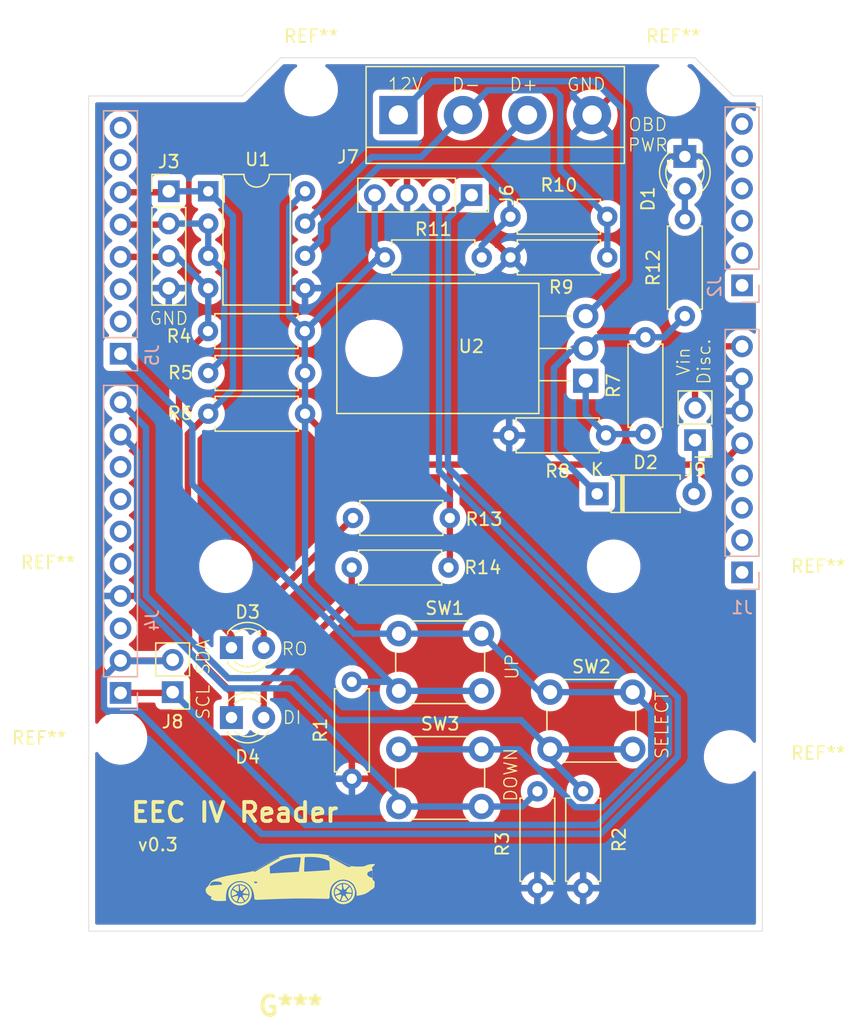
<source format=kicad_pcb>
(kicad_pcb (version 20211014) (generator pcbnew)
  (title_block (comment 4 "AISLER Project ID: LQHBGFSH"))
  (layers (0 "F.Cu" signal) (31 "B.Cu" signal) (34 "B.Paste" user) (35 "F.Paste" user) (36 "B.SilkS" user "B.Silkscreen") (37 "F.SilkS" user "F.Silkscreen") (38 "B.Mask" user) (39 "F.Mask" user) (44 "Edge.Cuts" user))
  (net 0 "")
  (net 1 "Net-(D1-Pad2)")
  (net 2 "GND")
  (net 3 "VIN")
  (net 4 "+5V")
  (net 5 "Net-(D2-Pad2)")
  (net 6 "Net-(D3-Pad2)")
  (net 7 "Net-(D4-Pad2)")
  (net 15 "3")
  (net 16 "2")
  (net 17 "8")
  (net 18 "9")
  (net 24 "SDA")
  (net 25 "SCL")
  (net 29 "7")
  (net 30 "D+")
  (net 31 "D-")
  (net 32 "+12V")
  (net 33 "Net-(R7-Pad2)")
  (net 34 "4")
  (net 36 "/8V")
  (footprint "LED_THT:LED_D3.0mm" (layer "F.Cu") (at 86.9 34.76 -90)
    (fp_text reference "D1" (at 3.34 2.9 90) (layer "F.SilkS"))
    (fp_text value "LED")
    (pad "1" thru_hole rect locked (at 0 0 270) (size 1.8 1.8) (drill 0.9) (layers *.Cu *.Mask) (net 2 "GND"))
    (pad "2" thru_hole circle locked (at 2.54 0 270) (size 1.8 1.8) (drill 0.9) (layers *.Cu *.Mask) (net 1 "Net-(D1-Pad2)"))
  )
  (footprint "Connector_PinSocket_2.54mm:PinSocket_1x04_P2.54mm_Vertical" (layer "F.Cu") (at 70.12 37.8 -90)
    (fp_text reference "J6" (at 0 -2.77 -90) (layer "F.SilkS"))
    (fp_text value "DISPLAY")
    (pad "1" thru_hole rect (at 0 0 270) (size 1.7 1.7) (drill 1) (layers *.Cu *.Mask) (net 24 "SDA"))
    (pad "2" thru_hole oval (at 0 2.54 270) (size 1.7 1.7) (drill 1) (layers *.Cu *.Mask) (net 25 "SCL"))
    (pad "3" thru_hole oval (at 0 5.08 270) (size 1.7 1.7) (drill 1) (layers *.Cu *.Mask) (net 2 "GND"))
    (pad "4" thru_hole oval (at 0 7.62 270) (size 1.7 1.7) (drill 1) (layers *.Cu *.Mask) (net 4 "+5V"))
  )
  (footprint "Resistor_THT:R_Axial_DIN0207_L6.3mm_D2.5mm_P7.62mm_Horizontal" (layer "F.Cu") (at 60.7 76.09 -90)
    (fp_text reference "R1" (at 3.81 2.473239 90) (layer "F.SilkS"))
    (fp_text value "10k")
    (pad "1" thru_hole circle locked (at 0 0 270) (size 1.6 1.6) (drill 0.8) (layers *.Cu *.Mask) (net 29 "7"))
    (pad "2" thru_hole oval locked (at 7.62 0 270) (size 1.6 1.6) (drill 0.8) (layers *.Cu *.Mask) (net 2 "GND"))
  )
  (footprint "Resistor_THT:R_Axial_DIN0207_L6.3mm_D2.5mm_P7.62mm_Horizontal" (layer "F.Cu") (at 78.9 84.7 -90)
    (fp_text reference "R2" (at 3.81 -2.82959 90) (layer "F.SilkS"))
    (fp_text value "10k")
    (pad "1" thru_hole circle locked (at 0 0 270) (size 1.6 1.6) (drill 0.8) (layers *.Cu *.Mask) (net 17 "8"))
    (pad "2" thru_hole oval locked (at 7.62 0 270) (size 1.6 1.6) (drill 0.8) (layers *.Cu *.Mask) (net 2 "GND"))
  )
  (footprint "Resistor_THT:R_Axial_DIN0207_L6.3mm_D2.5mm_P7.62mm_Horizontal" (layer "F.Cu") (at 75.3 84.7 -90)
    (fp_text reference "R3" (at 4.158512 2.756966 90) (layer "F.SilkS"))
    (fp_text value "10k")
    (pad "1" thru_hole circle locked (at 0 0 270) (size 1.6 1.6) (drill 0.8) (layers *.Cu *.Mask) (net 18 "9"))
    (pad "2" thru_hole oval locked (at 7.62 0 270) (size 1.6 1.6) (drill 0.8) (layers *.Cu *.Mask) (net 2 "GND"))
  )
  (footprint "Resistor_THT:R_Axial_DIN0207_L6.3mm_D2.5mm_P7.62mm_Horizontal" (layer "F.Cu") (at 57 48.5 180)
    (fp_text reference "R4" (at 9.9 -0.4) (layer "F.SilkS"))
    (fp_text value "10k")
    (pad "1" thru_hole circle locked (at 0 0 180) (size 1.6 1.6) (drill 0.8) (layers *.Cu *.Mask) (net 4 "+5V"))
    (pad "2" thru_hole oval locked (at 7.62 0 180) (size 1.6 1.6) (drill 0.8) (layers *.Cu *.Mask) (net 34 "4"))
  )
  (footprint "Resistor_THT:R_Axial_DIN0207_L6.3mm_D2.5mm_P7.62mm_Horizontal" (layer "F.Cu") (at 57.02 51.8 180)
    (fp_text reference "R5" (at 9.804363 0.023653) (layer "F.SilkS"))
    (fp_text value "10k")
    (pad "1" thru_hole circle locked (at 0 0 180) (size 1.6 1.6) (drill 0.8) (layers *.Cu *.Mask) (net 4 "+5V"))
    (pad "2" thru_hole oval locked (at 7.62 0 180) (size 1.6 1.6) (drill 0.8) (layers *.Cu *.Mask) (net 15 "3"))
  )
  (footprint "Resistor_THT:R_Axial_DIN0207_L6.3mm_D2.5mm_P7.62mm_Horizontal" (layer "F.Cu") (at 57.02 55 180)
    (fp_text reference "R6" (at 9.804363 0.028333) (layer "F.SilkS"))
    (fp_text value "10k")
    (pad "1" thru_hole circle locked (at 0 0 180) (size 1.6 1.6) (drill 0.8) (layers *.Cu *.Mask) (net 4 "+5V"))
    (pad "2" thru_hole oval locked (at 7.62 0 180) (size 1.6 1.6) (drill 0.8) (layers *.Cu *.Mask) (net 16 "2"))
  )
  (footprint "Resistor_THT:R_Axial_DIN0207_L6.3mm_D2.5mm_P7.62mm_Horizontal" (layer "F.Cu") (at 80.7 56.7 180)
    (fp_text reference "R8" (at 3.81 -2.819114) (layer "F.SilkS"))
    (fp_text value "1k3")
    (pad "1" thru_hole circle locked (at 0 0 180) (size 1.6 1.6) (drill 0.8) (layers *.Cu *.Mask) (net 33 "Net-(R7-Pad2)"))
    (pad "2" thru_hole oval locked (at 7.62 0 180) (size 1.6 1.6) (drill 0.8) (layers *.Cu *.Mask) (net 2 "GND"))
  )
  (footprint "Resistor_THT:R_Axial_DIN0207_L6.3mm_D2.5mm_P7.62mm_Horizontal" (layer "F.Cu") (at 73.18 42.7)
    (fp_text reference "R9" (at 3.996347 2.343936 180) (layer "F.SilkS"))
    (fp_text value "20k")
    (pad "1" thru_hole circle locked (at 0 0) (size 1.6 1.6) (drill 0.8) (layers *.Cu *.Mask) (net 2 "GND"))
    (pad "2" thru_hole oval locked (at 7.62 0) (size 1.6 1.6) (drill 0.8) (layers *.Cu *.Mask) (net 31 "D-"))
  )
  (footprint "Resistor_THT:R_Axial_DIN0207_L6.3mm_D2.5mm_P7.62mm_Horizontal" (layer "F.Cu") (at 80.8 39.5 180)
    (fp_text reference "R10" (at 3.81 2.488743 180) (layer "F.SilkS"))
    (fp_text value "120")
    (pad "1" thru_hole circle locked (at 0 0 180) (size 1.6 1.6) (drill 0.8) (layers *.Cu *.Mask) (net 31 "D-"))
    (pad "2" thru_hole oval locked (at 7.62 0 180) (size 1.6 1.6) (drill 0.8) (layers *.Cu *.Mask) (net 30 "D+"))
  )
  (footprint "Resistor_THT:R_Axial_DIN0207_L6.3mm_D2.5mm_P7.62mm_Horizontal" (layer "F.Cu") (at 70.92 42.7 180)
    (fp_text reference "R11" (at 3.81 2.212353 180) (layer "F.SilkS"))
    (fp_text value "20k")
    (pad "1" thru_hole circle locked (at 0 0 180) (size 1.6 1.6) (drill 0.8) (layers *.Cu *.Mask) (net 30 "D+"))
    (pad "2" thru_hole oval locked (at 7.62 0 180) (size 1.6 1.6) (drill 0.8) (layers *.Cu *.Mask) (net 4 "+5V"))
  )
  (footprint "Resistor_THT:R_Axial_DIN0207_L6.3mm_D2.5mm_P7.62mm_Horizontal" (layer "F.Cu") (at 86.9 47.32 90)
    (fp_text reference "R12" (at 3.81 -2.492696 90) (layer "F.SilkS"))
    (fp_text value "300")
    (pad "1" thru_hole circle locked (at 0 0 90) (size 1.6 1.6) (drill 0.8) (layers *.Cu *.Mask) (net 36 "/8V"))
    (pad "2" thru_hole oval locked (at 7.62 0 90) (size 1.6 1.6) (drill 0.8) (layers *.Cu *.Mask) (net 1 "Net-(D1-Pad2)"))
  )
  (footprint "Button_Switch_THT:SW_PUSH_6mm_H4.3mm" (layer "F.Cu") (at 64.4 72.3)
    (fp_text reference "SW1" (at 3.6 -2) (layer "F.SilkS"))
    (fp_text value "BTN_UP")
    (pad "1" thru_hole circle locked (at 6.5 0 90) (size 2 2) (drill 1.1) (layers *.Cu *.Mask) (net 4 "+5V"))
    (pad "1" thru_hole circle locked (at 0 0 90) (size 2 2) (drill 1.1) (layers *.Cu *.Mask) (net 4 "+5V"))
    (pad "2" thru_hole circle locked (at 6.5 4.5 90) (size 2 2) (drill 1.1) (layers *.Cu *.Mask) (net 29 "7"))
    (pad "2" thru_hole circle locked (at 0 4.5 90) (size 2 2) (drill 1.1) (layers *.Cu *.Mask) (net 29 "7"))
  )
  (footprint "Button_Switch_THT:SW_PUSH_6mm_H4.3mm" (layer "F.Cu") (at 76.3 76.9)
    (fp_text reference "SW2" (at 3.25 -2) (layer "F.SilkS"))
    (fp_text value "BTN_SEL")
    (pad "1" thru_hole circle locked (at 0 0 90) (size 2 2) (drill 1.1) (layers *.Cu *.Mask) (net 4 "+5V"))
    (pad "1" thru_hole circle locked (at 6.5 0 90) (size 2 2) (drill 1.1) (layers *.Cu *.Mask) (net 4 "+5V"))
    (pad "2" thru_hole circle locked (at 0 4.5 90) (size 2 2) (drill 1.1) (layers *.Cu *.Mask) (net 17 "8"))
    (pad "2" thru_hole circle locked (at 6.5 4.5 90) (size 2 2) (drill 1.1) (layers *.Cu *.Mask) (net 17 "8"))
  )
  (footprint "Button_Switch_THT:SW_PUSH_6mm_H4.3mm" (layer "F.Cu") (at 64.4 81.4)
    (fp_text reference "SW3" (at 3.25 -2) (layer "F.SilkS"))
    (fp_text value "BTN_DOWN")
    (pad "1" thru_hole circle locked (at 6.5 0 90) (size 2 2) (drill 1.1) (layers *.Cu *.Mask) (net 4 "+5V"))
    (pad "1" thru_hole circle locked (at 0 0 90) (size 2 2) (drill 1.1) (layers *.Cu *.Mask) (net 4 "+5V"))
    (pad "2" thru_hole circle locked (at 6.5 4.5 90) (size 2 2) (drill 1.1) (layers *.Cu *.Mask) (net 18 "9"))
    (pad "2" thru_hole circle locked (at 0 4.5 90) (size 2 2) (drill 1.1) (layers *.Cu *.Mask) (net 18 "9"))
  )
  (footprint "Package_DIP:DIP-8_W7.62mm" (layer "F.Cu") (at 49.4 37.5)
    (fp_text reference "U1" (at 3.9 -2.5) (layer "F.SilkS"))
    (fp_text value "MAX485E")
    (pad "1" thru_hole rect locked (at 0 0) (size 1.6 1.6) (drill 0.8) (layers *.Cu *.Mask) (net 16 "2"))
    (pad "2" thru_hole oval locked (at 0 2.54) (size 1.6 1.6) (drill 0.8) (layers *.Cu *.Mask) (net 15 "3"))
    (pad "3" thru_hole oval locked (at 0 5.08) (size 1.6 1.6) (drill 0.8) (layers *.Cu *.Mask) (net 15 "3"))
    (pad "4" thru_hole oval locked (at 0 7.62) (size 1.6 1.6) (drill 0.8) (layers *.Cu *.Mask) (net 34 "4"))
    (pad "5" thru_hole oval locked (at 7.62 7.62) (size 1.6 1.6) (drill 0.8) (layers *.Cu *.Mask) (net 2 "GND"))
    (pad "6" thru_hole oval locked (at 7.62 5.08) (size 1.6 1.6) (drill 0.8) (layers *.Cu *.Mask) (net 30 "D+"))
    (pad "7" thru_hole oval locked (at 7.62 2.54) (size 1.6 1.6) (drill 0.8) (layers *.Cu *.Mask) (net 31 "D-"))
    (pad "8" thru_hole oval locked (at 7.62 0) (size 1.6 1.6) (drill 0.8) (layers *.Cu *.Mask) (net 4 "+5V"))
  )
  (footprint "Package_TO_SOT_THT:TO-220-3_Horizontal_TabDown" (layer "F.Cu") (at 79.1 52.4 90)
    (fp_text reference "U2" (at 2.7 -9 180) (layer "F.SilkS"))
    (fp_text value "LM317_TO-220")
    (pad "" np_thru_hole oval locked (at 2.54 -16.66 90) (size 3.5 3.5) (drill 3.5) (layers *.Cu *.Mask))
    (pad "1" thru_hole rect locked (at 0 0 90) (size 1.905 2) (drill 1.1) (layers *.Cu *.Mask) (net 33 "Net-(R7-Pad2)"))
    (pad "2" thru_hole oval locked (at 2.54 0 90) (size 1.905 2) (drill 1.1) (layers *.Cu *.Mask) (net 36 "/8V"))
    (pad "3" thru_hole oval locked (at 5.08 0 90) (size 1.905 2) (drill 1.1) (layers *.Cu *.Mask) (net 32 "+12V"))
  )
  (footprint "MountingHole:MountingHole_3.2mm_M3" (layer "F.Cu") (at 57.5 29.5)
    (fp_text reference "REF**" (at 0 -4.2) (layer "F.SilkS"))
    (fp_text value "MountingHole_3.2mm_M3")
    (pad "" np_thru_hole circle locked (at 0 0) (size 3.2 3.2) (drill 3.2) (layers *.Cu *.Mask))
  )
  (footprint "MountingHole:MountingHole_3.2mm_M3" (layer "F.Cu") (at 86 29.5)
    (fp_text reference "REF**" (at 0 -4.2) (layer "F.SilkS"))
    (fp_text value "MountingHole_3.2mm_M3")
    (pad "" np_thru_hole circle locked (at 0 0) (size 3.2 3.2) (drill 3.2) (layers *.Cu *.Mask))
  )
  (footprint "MountingHole:MountingHole_3.2mm_M3" (layer "F.Cu") (at 90.5 82)
    (fp_text reference "REF**" (at 6.9 -0.3) (layer "F.SilkS"))
    (fp_text value "MountingHole_3.2mm_M3")
    (pad "" np_thru_hole circle locked (at 0 0) (size 3.2 3.2) (drill 3.2) (layers *.Cu *.Mask))
  )
  (footprint "MountingHole:MountingHole_3.2mm_M3" (layer "F.Cu") (at 50.8 67)
    (fp_text reference "REF**" (at -14 -0.3) (layer "F.SilkS"))
    (fp_text value "MountingHole_3.2mm_M3")
    (pad "" np_thru_hole circle locked (at 0 0) (size 3.2 3.2) (drill 3.2) (layers *.Cu *.Mask))
  )
  (footprint "MountingHole:MountingHole_3.2mm_M3" (layer "F.Cu") (at 81.3 67)
    (fp_text reference "REF**" (at 16.1 0) (layer "F.SilkS"))
    (fp_text value "MountingHole_3.2mm_M3")
    (pad "" np_thru_hole circle locked (at 0 0) (size 3.2 3.2) (drill 3.2) (layers *.Cu *.Mask))
  )
  (footprint "MountingHole:MountingHole_3.2mm_M3" (layer "F.Cu") (at 42.5 80.5)
    (fp_text reference "REF**" (at -6.4 0) (layer "F.SilkS"))
    (fp_text value "MountingHole_3.2mm_M3")
    (pad "" np_thru_hole circle locked (at 0 0) (size 3.2 3.2) (drill 3.2) (layers *.Cu *.Mask))
  )
  (footprint "TerminalBlock:TerminalBlock_bornier-4_P5.08mm" (layer "F.Cu") (at 64.36 31.5)
    (fp_text reference "J7" (at -3.96 3.3) (layer "F.SilkS"))
    (fp_text value "OBD")
    (pad "1" thru_hole rect locked (at 0 0) (size 3 3) (drill 1.52) (layers *.Cu *.Mask) (net 32 "+12V"))
    (pad "2" thru_hole circle locked (at 5.08 0) (size 3 3) (drill 1.52) (layers *.Cu *.Mask) (net 31 "D-"))
    (pad "3" thru_hole circle locked (at 10.16 0) (size 3 3) (drill 1.52) (layers *.Cu *.Mask) (net 30 "D+"))
    (pad "4" thru_hole circle locked (at 15.24 0) (size 3 3) (drill 1.52) (layers *.Cu *.Mask) (net 2 "GND"))
  )
  (footprint "Resistor_THT:R_Axial_DIN0207_L6.3mm_D2.5mm_P7.62mm_Horizontal" (layer "F.Cu") (at 83.8 48.98 -90)
    (fp_text reference "R7" (at 3.81 2.52 90) (layer "F.SilkS"))
    (fp_text value "240")
    (pad "1" thru_hole circle locked (at 0 0 270) (size 1.6 1.6) (drill 0.8) (layers *.Cu *.Mask) (net 36 "/8V"))
    (pad "2" thru_hole oval locked (at 7.62 0 270) (size 1.6 1.6) (drill 0.8) (layers *.Cu *.Mask) (net 33 "Net-(R7-Pad2)"))
  )
  (footprint "Connector_PinHeader_2.54mm:PinHeader_1x04_P2.54mm_Vertical" (layer "F.Cu") (at 46.3 37.5)
    (fp_text reference "J3" (at 0 -2.33) (layer "F.SilkS"))
    (fp_text value "RS_485_DEBUG")
    (pad "1" thru_hole rect (at 0 0) (size 1.7 1.7) (drill 1) (layers *.Cu *.Mask) (net 16 "2"))
    (pad "2" thru_hole oval (at 0 2.54) (size 1.7 1.7) (drill 1) (layers *.Cu *.Mask) (net 15 "3"))
    (pad "3" thru_hole oval (at 0 5.08) (size 1.7 1.7) (drill 1) (layers *.Cu *.Mask) (net 34 "4"))
    (pad "4" thru_hole oval (at 0 7.62) (size 1.7 1.7) (drill 1) (layers *.Cu *.Mask) (net 2 "GND"))
  )
  (footprint "Library:mondeo" (layer "F.Cu") (at 55.88 91.44)
    (fp_text reference "G***" (at 0 10.16) (layer "F.SilkS") (effects (font (size 1.524 1.524) (thickness 0.3))))
    (fp_text value "LOGO" hide)
  )
  (footprint "Diode_THT:D_A-405_P7.62mm_Horizontal" (layer "F.Cu") (at 80 61.3)
    (fp_text reference "D2" (at 3.81 -2.47) (layer "F.SilkS"))
    (fp_text value "D_Schottky")
    (fp_text user "K" (at 0 -1.9) (layer "F.SilkS"))
    (pad "1" thru_hole rect (at 0 0) (size 1.8 1.8) (drill 0.9) (layers *.Cu *.Mask) (net 36 "/8V"))
    (pad "2" thru_hole oval (at 7.62 0) (size 1.8 1.8) (drill 0.9) (layers *.Cu *.Mask) (net 5 "Net-(D2-Pad2)"))
  )
  (footprint "Connector_PinHeader_2.54mm:PinHeader_1x02_P2.54mm_Vertical" (layer "F.Cu") (at 46.6 76.9 180)
    (fp_text reference "J8" (at 0 -2.33) (layer "F.SilkS"))
    (fp_text value "I2C_DEBUG")
    (pad "1" thru_hole rect (at 0 0 180) (size 1.7 1.7) (drill 1) (layers *.Cu *.Mask) (net 25 "SCL"))
    (pad "2" thru_hole oval (at 0 2.54 180) (size 1.7 1.7) (drill 1) (layers *.Cu *.Mask) (net 24 "SDA"))
  )
  (footprint "Connector_PinHeader_2.54mm:PinHeader_1x02_P2.54mm_Vertical" (layer "F.Cu") (at 87.7 57.075 180)
    (fp_text reference "J9" (at 0 -2.33) (layer "F.SilkS"))
    (fp_text value "Vin_disconnect")
    (pad "1" thru_hole rect (at 0 0 180) (size 1.7 1.7) (drill 1) (layers *.Cu *.Mask) (net 5 "Net-(D2-Pad2)"))
    (pad "2" thru_hole oval (at 0 2.54 180) (size 1.7 1.7) (drill 1) (layers *.Cu *.Mask) (net 3 "VIN"))
  )
  (footprint "LED_THT:LED_D3.0mm" (layer "F.Cu") (at 51.225 78.9)
    (fp_text reference "D4" (at 1.275 3.1 180) (layer "F.SilkS"))
    (fp_text value "LED")
    (pad "1" thru_hole rect (at 0 0) (size 1.8 1.8) (drill 0.9) (layers *.Cu *.Mask) (net 34 "4"))
    (pad "2" thru_hole circle (at 2.54 0) (size 1.8 1.8) (drill 0.9) (layers *.Cu *.Mask) (net 7 "Net-(D4-Pad2)"))
  )
  (footprint "Resistor_THT:R_Axial_DIN0207_L6.3mm_D2.5mm_P7.62mm_Horizontal" (layer "F.Cu") (at 68.31 67.1 180)
    (fp_text reference "R14" (at -2.69 0) (layer "F.SilkS"))
    (fp_text value "160")
    (pad "1" thru_hole circle (at 0 0 180) (size 1.6 1.6) (drill 0.8) (layers *.Cu *.Mask) (net 4 "+5V"))
    (pad "2" thru_hole oval (at 7.62 0 180) (size 1.6 1.6) (drill 0.8) (layers *.Cu *.Mask) (net 7 "Net-(D4-Pad2)"))
  )
  (footprint "Resistor_THT:R_Axial_DIN0207_L6.3mm_D2.5mm_P7.62mm_Horizontal" (layer "F.Cu") (at 68.41 63.2 180)
    (fp_text reference "R13" (at -2.69 -0.1) (layer "F.SilkS"))
    (fp_text value "160")
    (pad "1" thru_hole circle (at 0 0 180) (size 1.6 1.6) (drill 0.8) (layers *.Cu *.Mask) (net 4 "+5V"))
    (pad "2" thru_hole oval (at 7.62 0 180) (size 1.6 1.6) (drill 0.8) (layers *.Cu *.Mask) (net 6 "Net-(D3-Pad2)"))
  )
  (footprint "LED_THT:LED_D3.0mm" (layer "F.Cu") (at 51.225 73.4)
    (fp_text reference "D3" (at 1.275 -2.8 180) (layer "F.SilkS"))
    (fp_text value "LED")
    (pad "1" thru_hole rect (at 0 0) (size 1.8 1.8) (drill 0.9) (layers *.Cu *.Mask) (net 16 "2"))
    (pad "2" thru_hole circle (at 2.54 0) (size 1.8 1.8) (drill 0.9) (layers *.Cu *.Mask) (net 6 "Net-(D3-Pad2)"))
  )
  (footprint "Connector_PinSocket_2.54mm:PinSocket_1x08_P2.54mm_Vertical" (layer "B.Cu") (at 91.4 67.48)
    (fp_text reference "J1" (at 0 2.77 180) (layer "B.SilkS") (effects (justify mirror)))
    (fp_text value "ARDUINO_1")
    (pad "1" thru_hole rect (at 0 0) (size 1.7 1.7) (drill 1) (layers *.Cu *.Mask))
    (pad "2" thru_hole oval (at 0 -2.54) (size 1.7 1.7) (drill 1) (layers *.Cu *.Mask))
    (pad "3" thru_hole oval (at 0 -5.08) (size 1.7 1.7) (drill 1) (layers *.Cu *.Mask))
    (pad "4" thru_hole oval (at 0 -7.62) (size 1.7 1.7) (drill 1) (layers *.Cu *.Mask))
    (pad "5" thru_hole oval (at 0 -10.16) (size 1.7 1.7) (drill 1) (layers *.Cu *.Mask) (net 4 "+5V"))
    (pad "6" thru_hole oval (at 0 -12.7) (size 1.7 1.7) (drill 1) (layers *.Cu *.Mask) (net 2 "GND"))
    (pad "7" thru_hole oval (at 0 -15.24) (size 1.7 1.7) (drill 1) (layers *.Cu *.Mask) (net 2 "GND"))
    (pad "8" thru_hole oval (at 0 -17.78) (size 1.7 1.7) (drill 1) (layers *.Cu *.Mask) (net 3 "VIN"))
  )
  (footprint "Connector_PinSocket_2.54mm:PinSocket_1x10_P2.54mm_Vertical" (layer "B.Cu") (at 42.5 76.96)
    (fp_text reference "J4" (at 2.5 -5.71 270) (layer "B.SilkS") (effects (justify mirror)))
    (fp_text value "ARDUINO_3")
    (pad "1" thru_hole rect (at 0 0) (size 1.7 1.7) (drill 1) (layers *.Cu *.Mask) (net 25 "SCL"))
    (pad "2" thru_hole oval (at 0 -2.54) (size 1.7 1.7) (drill 1) (layers *.Cu *.Mask) (net 24 "SDA"))
    (pad "3" thru_hole oval (at 0 -5.08) (size 1.7 1.7) (drill 1) (layers *.Cu *.Mask))
    (pad "4" thru_hole oval (at 0 -7.62) (size 1.7 1.7) (drill 1) (layers *.Cu *.Mask) (net 2 "GND"))
    (pad "5" thru_hole oval (at 0 -10.16) (size 1.7 1.7) (drill 1) (layers *.Cu *.Mask))
    (pad "6" thru_hole oval (at 0 -12.7) (size 1.7 1.7) (drill 1) (layers *.Cu *.Mask))
    (pad "7" thru_hole oval (at 0 -15.24) (size 1.7 1.7) (drill 1) (layers *.Cu *.Mask))
    (pad "8" thru_hole oval (at 0 -17.78) (size 1.7 1.7) (drill 1) (layers *.Cu *.Mask))
    (pad "9" thru_hole oval (at 0 -20.32) (size 1.7 1.7) (drill 1) (layers *.Cu *.Mask) (net 18 "9"))
    (pad "10" thru_hole oval (at 0 -22.86) (size 1.7 1.7) (drill 1) (layers *.Cu *.Mask) (net 17 "8"))
  )
  (footprint "Connector_PinSocket_2.54mm:PinSocket_1x08_P2.54mm_Vertical" (layer "B.Cu") (at 42.5 50.28)
    (fp_text reference "J5" (at 2.5 0.12 270) (layer "B.SilkS") (effects (justify mirror)))
    (fp_text value "ARDUINO_4")
    (pad "1" thru_hole rect (at 0 0) (size 1.7 1.7) (drill 1) (layers *.Cu *.Mask) (net 29 "7"))
    (pad "2" thru_hole oval (at 0 -2.54) (size 1.7 1.7) (drill 1) (layers *.Cu *.Mask))
    (pad "3" thru_hole oval (at 0 -5.08) (size 1.7 1.7) (drill 1) (layers *.Cu *.Mask))
    (pad "4" thru_hole oval (at 0 -7.62) (size 1.7 1.7) (drill 1) (layers *.Cu *.Mask) (net 34 "4"))
    (pad "5" thru_hole oval (at 0 -10.16) (size 1.7 1.7) (drill 1) (layers *.Cu *.Mask) (net 15 "3"))
    (pad "6" thru_hole oval (at 0 -12.7) (size 1.7 1.7) (drill 1) (layers *.Cu *.Mask) (net 16 "2"))
    (pad "7" thru_hole oval (at 0 -15.24) (size 1.7 1.7) (drill 1) (layers *.Cu *.Mask))
    (pad "8" thru_hole oval (at 0 -17.78) (size 1.7 1.7) (drill 1) (layers *.Cu *.Mask))
  )
  (footprint "Connector_PinSocket_2.54mm:PinSocket_1x06_P2.54mm_Vertical" (layer "B.Cu") (at 91.4 44.9)
    (fp_text reference "J2" (at -2.15 0.1 270) (layer "B.SilkS") (effects (justify mirror)))
    (fp_text value "ARDUINO_2")
    (pad "1" thru_hole rect (at 0 0) (size 1.7 1.7) (drill 1) (layers *.Cu *.Mask))
    (pad "2" thru_hole oval (at 0 -2.54) (size 1.7 1.7) (drill 1) (layers *.Cu *.Mask))
    (pad "3" thru_hole oval (at 0 -5.08) (size 1.7 1.7) (drill 1) (layers *.Cu *.Mask))
    (pad "4" thru_hole oval (at 0 -7.62) (size 1.7 1.7) (drill 1) (layers *.Cu *.Mask))
    (pad "5" thru_hole oval (at 0 -10.16) (size 1.7 1.7) (drill 1) (layers *.Cu *.Mask))
    (pad "6" thru_hole oval (at 0 -12.7) (size 1.7 1.7) (drill 1) (layers *.Cu *.Mask))
  )
  (gr_line (start 52.1 30) (end 40 30) (layer "Edge.Cuts") (width 0.05))
  (gr_line (start 40 30) (end 40 95.7) (layer "Edge.Cuts") (width 0.05))
  (gr_line (start 90.7 30) (end 87.7 27) (layer "Edge.Cuts") (width 0.05))
  (gr_line (start 55.1 27) (end 52.1 30) (layer "Edge.Cuts") (width 0.05))
  (gr_line (start 93 95.7) (end 93 30) (layer "Edge.Cuts") (width 0.05))
  (gr_line (start 93 30) (end 90.7 30) (layer "Edge.Cuts") (width 0.05))
  (gr_line (start 40 95.7) (end 93 95.7) (layer "Edge.Cuts") (width 0.05))
  (gr_line (start 87.7 27) (end 55.1 27) (layer "Edge.Cuts") (width 0.05))
  (gr_text "GND" (at 46.3 47.5) (layer "F.SilkS") (effects (font (size 1 1) (thickness 0.1))))
  (gr_text "SCL SDA" (at 49 75.9 90) (layer "F.SilkS") (effects (font (size 1 1) (thickness 0.1))))
  (gr_text "DOWN" (at 73.2 83.4 90) (layer "F.SilkS") (effects (font (size 1 1) (thickness 0.1))))
  (gr_text "OBD\nPWR" (at 83.987041 33.057286) (layer "F.SilkS") (effects (font (size 1 1) (thickness 0.1))))
  (gr_text "UP" (at 73.3 74.9 90) (layer "F.SilkS") (effects (font (size 1 1) (thickness 0.1))))
  (gr_text "DI" (at 56 78.9) (layer "F.SilkS") (effects (font (size 1 1) (thickness 0.1))))
  (gr_text "v0.3" (at 43.771725 88.904421) (layer "F.SilkS") (effects (font (size 1 1)) (justify left)))
  (gr_text "EEC IV Reader" (at 43.18 86.36) (layer "F.SilkS") (effects (font (size 1.5 1.5) (thickness 0.3)) (justify left)))
  (gr_text "12V   D-   D+   GND" (at 72.1 29.1) (layer "F.SilkS") (effects (font (size 1 1) (thickness 0.1))))
  (gr_text "SELECT" (at 85.1 79.5 90) (layer "F.SilkS") (effects (font (size 1 1) (thickness 0.1))))
  (gr_text "RO" (at 56.2 73.5) (layer "F.SilkS") (effects (font (size 1 1) (thickness 0.1))))
  (gr_text "Vin\nDisc." (at 87.6 50.9 90) (layer "F.SilkS") (effects (font (size 1 1) (thickness 0.1))))
  (segment (start 86.9 37.3) (end 86.9 39.7) (width 0.5) (layer "B.Cu") (net 1))
  (segment (start 91.4 49.7) (end 88.9 49.7) (width 0.5) (layer "F.Cu") (net 3))
  (segment (start 88.9 49.7) (end 87.7 50.9) (width 0.5) (layer "F.Cu") (net 3))
  (segment (start 87.7 50.9) (end 87.7 54.535) (width 0.5) (layer "F.Cu") (net 3))
  (segment (start 89.72 59) (end 91.4 57.32) (width 0.5) (layer "F.Cu") (net 4))
  (segment (start 61.02 59) (end 68.5 59) (width 0.5) (layer "F.Cu") (net 4))
  (segment (start 68.41 63.2) (end 68.41 59.09) (width 0.5) (layer "F.Cu") (net 4))
  (segment (start 68.41 67) (end 68.31 67.1) (width 0.5) (layer "F.Cu") (net 4))
  (segment (start 68.41 63.2) (end 68.41 67) (width 0.5) (layer "F.Cu") (net 4))
  (segment (start 68.5 59) (end 89.72 59) (width 0.5) (layer "F.Cu") (net 4))
  (segment (start 57.02 55) (end 61.02 59) (width 0.5) (layer "F.Cu") (net 4))
  (segment (start 68.41 59.09) (end 68.5 59) (width 0.5) (layer "F.Cu") (net 4))
  (segment (start 57 48.5) (end 57 51.78) (width 0.5) (layer "B.Cu") (net 4))
  (segment (start 55.769999 47.269999) (end 55.769999 38.750001) (width 0.5) (layer "B.Cu") (net 4))
  (segment (start 73.850002 81.4) (end 77.649999 85.199997) (width 0.5) (layer "B.Cu") (net 4))
  (segment (start 62.8 42.7) (end 63.3 42.7) (width 0.5) (layer "B.Cu") (net 4))
  (segment (start 55.769999 38.750001) (end 57.02 37.5) (width 0.5) (layer "B.Cu") (net 4))
  (segment (start 62.500001 41.900001) (end 63.3 42.7) (width 0.5) (layer "B.Cu") (net 4))
  (segment (start 64.4 72.3) (end 70.9 72.3) (width 0.5) (layer "B.Cu") (net 4))
  (segment (start 57 48.5) (end 55.769999 47.269999) (width 0.5) (layer "B.Cu") (net 4))
  (segment (start 77.649999 85.300001) (end 78.299999 85.950001) (width 0.5) (layer "B.Cu") (net 4))
  (segment (start 57 51.78) (end 57.02 51.8) (width 0.5) (layer "B.Cu") (net 4))
  (segment (start 77.649999 85.199997) (end 77.649999 85.300001) (width 0.5) (layer "B.Cu") (net 4))
  (segment (start 70.9 72.3) (end 75.5 76.9) (width 0.5) (layer "B.Cu") (net 4))
  (segment (start 57 48.5) (end 62.8 42.7) (width 0.5) (layer "B.Cu") (net 4))
  (segment (start 57.02 68.43005) (end 60.88995 72.3) (width 0.5) (layer "B.Cu") (net 4))
  (segment (start 64.4 81.4) (end 70.9 81.4) (width 0.5) (layer "B.Cu") (net 4))
  (segment (start 70.9 81.4) (end 73.850002 81.4) (width 0.5) (layer "B.Cu") (net 4))
  (segment (start 75.5 76.9) (end 76.3 76.9) (width 0.5) (layer "B.Cu") (net 4))
  (segment (start 76.3 76.9) (end 82.8 76.9) (width 0.5) (layer "B.Cu") (net 4))
  (segment (start 62.5 37.8) (end 62.500001 41.900001) (width 0.5) (layer "B.Cu") (net 4))
  (segment (start 57.02 51.8) (end 57.02 55) (width 0.5) (layer "B.Cu") (net 4))
  (segment (start 57.02 55) (end 57.02 68.43005) (width 0.5) (layer "B.Cu") (net 4))
  (segment (start 84.250001 82.096001) (end 84.250001 78.350001) (width 0.5) (layer "B.Cu") (net 4))
  (segment (start 80.396001 85.950001) (end 84.250001 82.096001) (width 0.5) (layer "B.Cu") (net 4))
  (segment (start 60.88995 72.3) (end 64.4 72.3) (width 0.5) (layer "B.Cu") (net 4))
  (segment (start 78.299999 85.950001) (end 80.396001 85.950001) (width 0.5) (layer "B.Cu") (net 4))
  (segment (start 84.250001 78.350001) (end 82.8 76.9) (width 0.5) (layer "B.Cu") (net 4))
  (segment (start 87.7 57.075) (end 87.7 61.22) (width 0.5) (layer "B.Cu") (net 5))
  (segment (start 87.7 61.22) (end 87.62 61.3) (width 0.5) (layer "B.Cu") (net 5))
  (segment (start 53.765 73.4) (end 53.765 70.225) (width 0.5) (layer "F.Cu") (net 6))
  (segment (start 53.765 70.225) (end 60.79 63.2) (width 0.5) (layer "F.Cu") (net 6))
  (segment (start 53.765 76.435) (end 60.69 69.51) (width 0.5) (layer "F.Cu") (net 7))
  (segment (start 60.69 69.51) (end 60.69 67.1) (width 0.5) (layer "F.Cu") (net 7))
  (segment (start 53.765 78.9) (end 53.765 76.435) (width 0.5) (layer "F.Cu") (net 7))
  (segment (start 42.5 40.12) (end 46.12 40.12) (width 0.5) (layer "F.Cu") (net 15))
  (segment (start 46.12 40.12) (end 46.2 40.04) (width 0.5) (layer "F.Cu") (net 15))
  (segment (start 50.650001 50.549999) (end 49.4 51.8) (width 0.5) (layer "B.Cu") (net 15))
  (segment (start 46.2 40.04) (end 49.4 40.04) (width 0.5) (layer "B.Cu") (net 15))
  (segment (start 50.650001 43.830001) (end 50.650001 50.549999) (width 0.5) (layer "B.Cu") (net 15))
  (segment (start 49.4 42.58) (end 50.650001 43.830001) (width 0.5) (layer "B.Cu") (net 15))
  (segment (start 49.4 40.04) (end 49.4 42.58) (width 0.5) (layer "B.Cu") (net 15))
  (segment (start 51.225 72.425) (end 47.8 69) (width 0.5) (layer "F.Cu") (net 16))
  (segment (start 46.12 37.58) (end 46.2 37.5) (width 0.5) (layer "F.Cu") (net 16))
  (segment (start 47.8 69) (end 47.8 56.6) (width 0.5) (layer "F.Cu") (net 16))
  (segment (start 42.5 37.58) (end 46.12 37.58) (width 0.5) (layer "F.Cu") (net 16))
  (segment (start 47.8 56.6) (end 49.4 55) (width 0.5) (layer "F.Cu") (net 16))
  (segment (start 51.225 73.4) (end 51.225 72.425) (width 0.5) (layer "F.Cu") (net 16))
  (segment (start 51.350011 53.049989) (end 49.4 55) (width 0.5) (layer "B.Cu") (net 16))
  (segment (start 46.2 37.5) (end 49.4 37.5) (width 0.5) (layer "B.Cu") (net 16))
  (segment (start 51.350011 39.450011) (end 51.350011 53.049989) (width 0.5) (layer "B.Cu") (net 16))
  (segment (start 49.4 37.5) (end 51.350011 39.450011) (width 0.5) (layer "B.Cu") (net 16))
  (segment (start 76.3 81.4) (end 74 79.1) (width 0.5) (layer "B.Cu") (net 17))
  (segment (start 50.98995 75.8) (end 44.5 69.31005) (width 0.5) (layer "B.Cu") (net 17))
  (segment (start 44.5 69.31005) (end 44.5 56.100022) (width 0.5) (layer "B.Cu") (net 17))
  (segment (start 76.3 81.4) (end 82.8 81.4) (width 0.5) (layer "B.Cu") (net 17))
  (segment (start 74 79.1) (end 59.6 79.1) (width 0.5) (layer "B.Cu") (net 17))
  (segment (start 44.500011 56.100011) (end 42.5 54.1) (width 0.5) (layer "B.Cu") (net 17))
  (segment (start 44.5 56.100022) (end 44.500011 56.100011) (width 0.5) (layer "B.Cu") (net 17))
  (segment (start 76.3 82.1) (end 78.9 84.7) (width 0.5) (layer "B.Cu") (net 17))
  (segment (start 56.3 75.8) (end 50.98995 75.8) (width 0.5) (layer "B.Cu") (net 17))
  (segment (start 76.3 81.4) (end 76.3 82.1) (width 0.5) (layer "B.Cu") (net 17))
  (segment (start 59.6 79.1) (end 56.3 75.8) (width 0.5) (layer "B.Cu") (net 17))
  (segment (start 64.4 85.9) (end 70.9 85.9) (width 0.5) (layer "B.Cu") (net 18))
  (segment (start 55.8 76.6) (end 64.4 85.2) (width 0.5) (layer "B.Cu") (net 18))
  (segment (start 74.1 85.9) (end 75.3 84.7) (width 0.5) (layer "B.Cu") (net 18))
  (segment (start 50.8 76.6) (end 55.8 76.6) (width 0.5) (layer "B.Cu") (net 18))
  (segment (start 43.800001 57.940001) (end 43.800001 69.600001) (width 0.5) (layer "B.Cu") (net 18))
  (segment (start 64.4 85.2) (end 64.4 85.9) (width 0.5) (layer "B.Cu") (net 18))
  (segment (start 70.9 85.9) (end 74.1 85.9) (width 0.5) (layer "B.Cu") (net 18))
  (segment (start 43.800001 69.600001) (end 50.8 76.6) (width 0.5) (layer "B.Cu") (net 18))
  (segment (start 42.5 56.64) (end 43.800001 57.940001) (width 0.5) (layer "B.Cu") (net 18))
  (segment (start 42.5 74.42) (end 46.36 74.42) (width 0.5) (layer "F.Cu") (net 24))
  (segment (start 46.36 74.42) (end 46.4 74.46) (width 0.5) (layer "F.Cu") (net 24))
  (segment (start 68.26001 44.73999) (end 68.26001 39.65999) (width 0.5) (layer "B.Cu") (net 24))
  (segment (start 53.590011 88.050011) (end 43.907 78.367) (width 0.5) (layer "B.Cu") (net 24))
  (segment (start 86.350027 81.975901) (end 80.275917 88.050011) (width 0.5) (layer "B.Cu") (net 24))
  (segment (start 42.46 74.46) (end 41.199999 75.720001) (width 0.5) (layer "B.Cu") (net 24))
  (segment (start 68.26001 39.65999) (end 70.12 37.8) (width 0.5) (layer "B.Cu") (net 24))
  (segment (start 41.199999 75.720001) (end 41.199999 78.133999) (width 0.5) (layer "B.Cu") (net 24))
  (segment (start 86.350027 77.314062) (end 86.350027 81.975901) (width 0.5) (layer "B.Cu") (net 24))
  (segment (start 41.199999 78.133999) (end 41.515999 78.449999) (width 0.5) (layer "B.Cu") (net 24))
  (segment (start 68.26001 44.73999) (end 68.26001 59.224045) (width 0.5) (layer "B.Cu") (net 24))
  (segment (start 80.275917 88.050011) (end 53.590011 88.050011) (width 0.5) (layer "B.Cu") (net 24))
  (segment (start 68.26001 59.224045) (end 86.350027 77.314062) (width 0.5) (layer "B.Cu") (net 24))
  (segment (start 46.4 74.46) (end 42.46 74.46) (width 0.5) (layer "B.Cu") (net 24))
  (segment (start 43.907 78.367) (end 41.433 78.367) (width 0.5) (layer "B.Cu") (net 24))
  (segment (start 46.36 76.96) (end 46.4 77) (width 0.5) (layer "F.Cu") (net 25))
  (segment (start 42.5 76.96) (end 46.36 76.96) (width 0.5) (layer "F.Cu") (net 25))
  (segment (start 67.56 37.82) (end 67.56 59.513998) (width 0.5) (layer "B.Cu") (net 25))
  (segment (start 79.985964 87.350001) (end 57.050001 87.350001) (width 0.5) (layer "B.Cu") (net 25))
  (segment (start 85.650017 81.685948) (end 79.985964 87.350001) (width 0.5) (layer "B.Cu") (net 25))
  (segment (start 67.58 37.8) (end 67.56 37.82) (width 0.5) (layer "B.Cu") (net 25))
  (segment (start 85.650017 77.604015) (end 85.650017 81.685948) (width 0.5) (layer "B.Cu") (net 25))
  (segment (start 67.56 59.513998) (end 85.650017 77.604015) (width 0.5) (layer "B.Cu") (net 25))
  (segment (start 57.050001 87.350001) (end 46.6 76.9) (width 0.5) (layer "B.Cu") (net 25))
  (segment (start 63.2 75.6) (end 64.4 76.8) (width 0.5) (layer "B.Cu") (net 29))
  (segment (start 64.4 76.8) (end 48.149999 60.549999) (width 0.5) (layer "B.Cu") (net 29))
  (segment (start 63.69 76.09) (end 64.4 76.8) (width 0.5) (layer "B.Cu") (net 29))
  (segment (start 60.7 76.09) (end 63.69 76.09) (width 0.5) (layer "B.Cu") (net 29))
  (segment (start 48.149999 60.549999) (end 48.149999 55.929999) (width 0.5) (layer "B.Cu") (net 29))
  (segment (start 48.149999 55.929999) (end 42.5 50.28) (width 0.5) (layer "B.Cu") (net 29))
  (segment (start 64.4 76.8) (end 70.9 76.8) (width 0.5) (layer "B.Cu") (net 29))
  (segment (start 70.52 35.5) (end 74.52 31.5) (width 0.5) (layer "B.Cu") (net 30))
  (segment (start 57.02 42.58) (end 58.270001 41.329999) (width 0.5) (layer "B.Cu") (net 30))
  (segment (start 58.270001 41.329999) (end 58.270001 40.105997) (width 0.5) (layer "B.Cu") (net 30))
  (segment (start 73.18 39.5) (end 73.18 38.16) (width 0.5) (layer "B.Cu") (net 30))
  (segment (start 70.92 42.7) (end 70.92 41.76) (width 0.5) (layer "B.Cu") (net 30))
  (segment (start 73.18 38.16) (end 70.52 35.5) (width 0.5) (layer "B.Cu") (net 30))
  (segment (start 62.875998 35.5) (end 70.52 35.5) (width 0.5) (layer "B.Cu") (net 30))
  (segment (start 70.92 41.76) (end 73.18 39.5) (width 0.5) (layer "B.Cu") (net 30))
  (segment (start 58.270001 40.105997) (end 62.875998 35.5) (width 0.5) (layer "B.Cu") (net 30))
  (segment (start 77.1 35.8) (end 80.8 39.5) (width 0.5) (layer "B.Cu") (net 31))
  (segment (start 69.44 31.5) (end 71.390001 29.549999) (width 0.5) (layer "B.Cu") (net 31))
  (segment (start 62.26001 34.79999) (end 66.14001 34.79999) (width 0.5) (layer "B.Cu") (net 31))
  (segment (start 66.14001 34.79999) (end 69.44 31.5) (width 0.5) (layer "B.Cu") (net 31))
  (segment (start 57.02 40.04) (end 62.26001 34.79999) (width 0.5) (layer "B.Cu") (net 31))
  (segment (start 71.390001 29.549999) (end 76.635999 29.549999) (width 0.5) (layer "B.Cu") (net 31))
  (segment (start 77.1 30.014) (end 77.1 35.8) (width 0.5) (layer "B.Cu") (net 31))
  (segment (start 76.635999 29.549999) (end 77.1 30.014) (width 0.5) (layer "B.Cu") (net 31))
  (segment (start 80.8 42.7) (end 80.8 39.5) (width 0.5) (layer "B.Cu") (net 31))
  (segment (start 64.36 31.5) (end 67.010011 28.849989) (width 0.5) (layer "B.Cu") (net 32))
  (segment (start 82.050001 31.063999) (end 82.050001 44.369999) (width 0.5) (layer "B.Cu") (net 32))
  (segment (start 67.010011 28.849989) (end 79.835991 28.849989) (width 0.5) (layer "B.Cu") (net 32))
  (segment (start 79.835991 28.849989) (end 82.050001 31.063999) (width 0.5) (layer "B.Cu") (net 32))
  (segment (start 82.050001 44.369999) (end 79.1 47.32) (width 0.5) (layer "B.Cu") (net 32))
  (segment (start 79.1 55.06004) (end 80.71998 56.68002) (width 0.5) (layer "B.Cu") (net 33))
  (segment (start 80.8 56.6) (end 80.7 56.7) (width 0.5) (layer "B.Cu") (net 33))
  (segment (start 83.8 56.6) (end 80.8 56.6) (width 0.5) (layer "B.Cu") (net 33))
  (segment (start 79.1 52.4) (end 79.1 55.06004) (width 0.5) (layer "B.Cu") (net 33))
  (segment (start 47.1 69.289949) (end 47.1 50.78) (width 0.5) (layer "F.Cu") (net 34))
  (segment (start 51.225 76.925) (end 48.9 74.6) (width 0.5) (layer "F.Cu") (net 34))
  (segment (start 46.12 42.66) (end 46.2 42.58) (width 0.5) (layer "F.Cu") (net 34))
  (segment (start 48.9 74.6) (end 48.9 71.08995) (width 0.5) (layer "F.Cu") (net 34))
  (segment (start 48.9 71.08995) (end 47.1 69.289949) (width 0.5) (layer "F.Cu") (net 34))
  (segment (start 51.225 78.9) (end 51.225 76.925) (width 0.5) (layer "F.Cu") (net 34))
  (segment (start 42.5 42.66) (end 46.12 42.66) (width 0.5) (layer "F.Cu") (net 34))
  (segment (start 47.1 50.78) (end 49.38 48.5) (width 0.5) (layer "F.Cu") (net 34))
  (segment (start 46.86 42.58) (end 49.4 45.12) (width 0.5) (layer "B.Cu") (net 34))
  (segment (start 46.2 42.58) (end 46.86 42.58) (width 0.5) (layer "B.Cu") (net 34))
  (segment (start 49.4 48.48) (end 49.38 48.5) (width 0.5) (layer "B.Cu") (net 34))
  (segment (start 49.4 45.12) (end 49.4 48.48) (width 0.5) (layer "B.Cu") (net 34))
  (segment (start 76.6 57.9) (end 80 61.3) (width 0.5) (layer "B.Cu") (net 36))
  (segment (start 78.14 49.86) (end 76.6 51.4) (width 0.5) (layer "B.Cu") (net 36))
  (segment (start 85.24 48.98) (end 86.9 47.32) (width 0.5) (layer "B.Cu") (net 36))
  (segment (start 83.8 48.98) (end 85.24 48.98) (width 0.5) (layer "B.Cu") (net 36))
  (segment (start 83.8 48.98) (end 79.98 48.98) (width 0.5) (layer "B.Cu") (net 36))
  (segment (start 76.6 51.4) (end 76.6 57.9) (width 0.5) (layer "B.Cu") (net 36))
  (segment (start 79.98 48.98) (end 79.1 49.86) (width 0.5) (layer "B.Cu") (net 36))
  (segment (start 79.1 49.86) (end 78.14 49.86) (width 0.5) (layer "B.Cu") (net 36))
  (zone (net 2) (net_name "GND") (layer "F.Cu") (connect_pads (clearance 0.508)) (min_thickness 0.254) (fill yes (thermal_gap 0.508) (thermal_bridge_width 0.508))
    (polygon (pts (xy 90.7 30) (xy 93 30) (xy 93 95.7) (xy 40 95.7) (xy 40 30) (xy 52.1 30) (xy 55.1 27) (xy 87.7 27)))
  )
  (zone (net 2) (net_name "GND") (layer "B.Cu") (connect_pads (clearance 0.508)) (min_thickness 0.254) (fill yes (thermal_gap 0.508) (thermal_bridge_width 0.508))
    (polygon (pts (xy 90.7 30) (xy 93 30) (xy 93 95.7) (xy 40 95.7) (xy 40 30) (xy 52.1 30) (xy 55.1 27) (xy 87.7 27)))
  )
)
</source>
